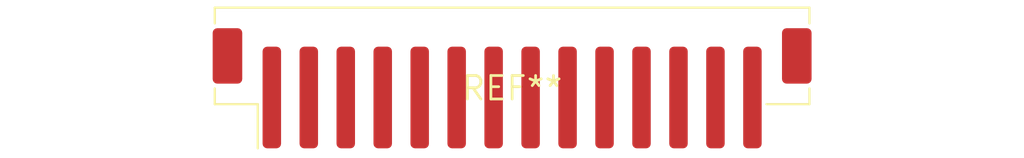
<source format=kicad_pcb>
(kicad_pcb (version 20240108) (generator pcbnew)
  (layers (0 "F.Cu" signal) (31 "B.Cu" signal) (34 "B.Paste" user) (35 "F.Paste" user) (36 "B.SilkS" user "B.Silkscreen") (37 "F.SilkS" user "F.Silkscreen") (38 "B.Mask" user) (39 "F.Mask" user) (44 "Edge.Cuts" user))
  (net 0 "")
  (footprint "JST_PH_B14B-PH-SM4-TB_1x14-1MP_P2.00mm_Vertical" (layer "F.Cu") (at 0 0)
    (property "Reference" "REF**")
    (property "Value" "JST_PH_B14B-PH-SM4-TB_1x14-1MP_P2.00mm_Vertical")
    (fp_line (start -16.085 -4.36) (end 16.085 -4.36) (layer "F.SilkS") (stroke (width 0.12)))
    (fp_line (start -16.085 -3.51) (end -16.085 -4.36) (layer "F.SilkS") (stroke (width 0.12)))
    (fp_line (start -16.085 0.01) (end -16.085 0.86) (layer "F.SilkS") (stroke (width 0.12)))
    (fp_line (start -16.085 0.86) (end -13.76 0.86) (layer "F.SilkS") (stroke (width 0.12)))
    (fp_line (start -13.76 0.86) (end -13.76 3.25) (layer "F.SilkS") (stroke (width 0.12)))
    (fp_line (start 16.085 -4.36) (end 16.085 -3.51) (layer "F.SilkS") (stroke (width 0.12)))
    (fp_line (start 16.085 0.01) (end 16.085 0.86) (layer "F.SilkS") (stroke (width 0.12)))
    (fp_line (start 16.085 0.86) (end 13.76 0.86) (layer "F.SilkS") (stroke (width 0.12)))
    (pad "1" smd roundrect (at -13 0.5) (size 1 5.5) (layers "F.Cu" "F.Paste" "F.Mask"))
    (pad "2" smd roundrect (at -11 0.5) (size 1 5.5) (layers "F.Cu" "F.Paste" "F.Mask"))
    (pad "3" smd roundrect (at -9 0.5) (size 1 5.5) (layers "F.Cu" "F.Paste" "F.Mask"))
    (pad "4" smd roundrect (at -7 0.5) (size 1 5.5) (layers "F.Cu" "F.Paste" "F.Mask"))
    (pad "5" smd roundrect (at -5 0.5) (size 1 5.5) (layers "F.Cu" "F.Paste" "F.Mask"))
    (pad "6" smd roundrect (at -3 0.5) (size 1 5.5) (layers "F.Cu" "F.Paste" "F.Mask"))
    (pad "7" smd roundrect (at -1 0.5) (size 1 5.5) (layers "F.Cu" "F.Paste" "F.Mask"))
    (pad "8" smd roundrect (at 1 0.5) (size 1 5.5) (layers "F.Cu" "F.Paste" "F.Mask"))
    (pad "9" smd roundrect (at 3 0.5) (size 1 5.5) (layers "F.Cu" "F.Paste" "F.Mask"))
    (pad "10" smd roundrect (at 5 0.5) (size 1 5.5) (layers "F.Cu" "F.Paste" "F.Mask"))
    (pad "11" smd roundrect (at 7 0.5) (size 1 5.5) (layers "F.Cu" "F.Paste" "F.Mask"))
    (pad "12" smd roundrect (at 9 0.5) (size 1 5.5) (layers "F.Cu" "F.Paste" "F.Mask"))
    (pad "13" smd roundrect (at 11 0.5) (size 1 5.5) (layers "F.Cu" "F.Paste" "F.Mask"))
    (pad "14" smd roundrect (at 13 0.5) (size 1 5.5) (layers "F.Cu" "F.Paste" "F.Mask"))
    (pad "MP" smd roundrect (at -15.4 -1.75) (size 1.6 3) (layers "F.Cu" "F.Paste" "F.Mask") (roundrect_rratio 0.15625))
    (pad "MP" smd roundrect (at 15.4 -1.75) (size 1.6 3) (layers "F.Cu" "F.Paste" "F.Mask") (roundrect_rratio 0.15625))
  )
)
</source>
